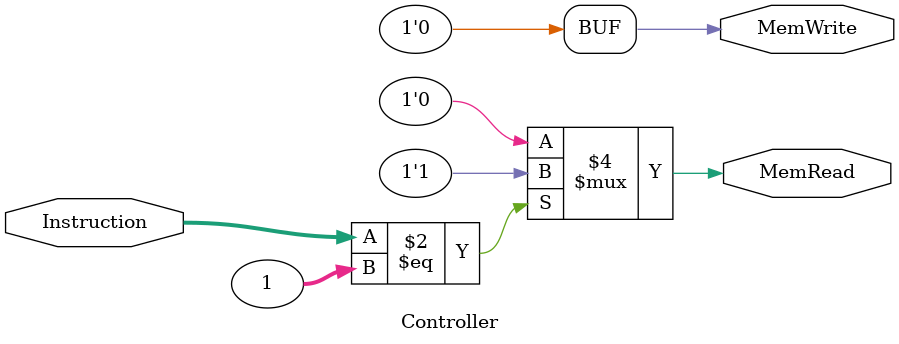
<source format=v>
`timescale 1ns / 1ps


module Controller(Instruction,MemWrite,MemRead);
    
    input [31:0] Instruction;
    output reg MemWrite,MemRead;
    
    
    always@(*) begin
        if(Instruction == 1) begin
             MemWrite <= 0;
             MemRead <= 1;
        end
        else begin
             MemWrite <= 0;
             MemRead <= 0;
        end
    end
endmodule

</source>
